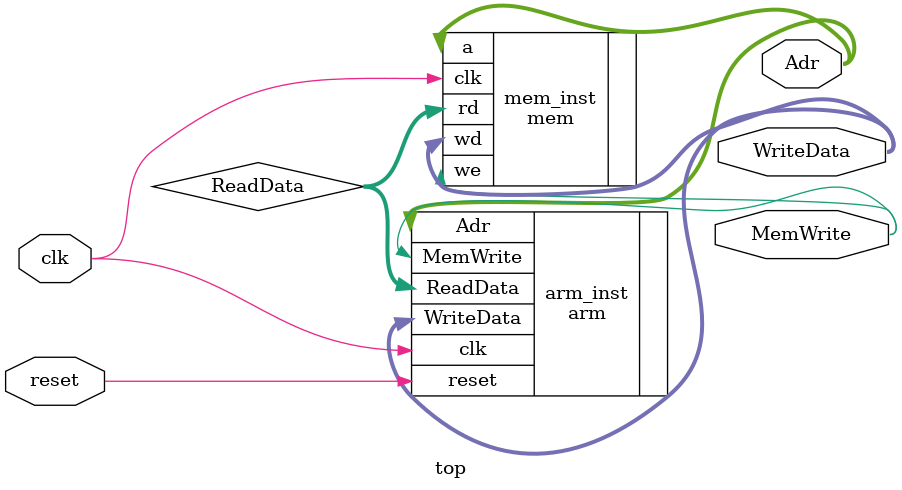
<source format=sv>
module top(
    input wire clk,
    input wire reset,
    output wire [31:0] WriteData,
    output wire [31:0] Adr,
    output wire MemWrite
);
    wire [31:0] ReadData;

    arm arm_inst(
        .clk(clk),
        .reset(reset),
        .MemWrite(MemWrite),
        .Adr(Adr),
        .WriteData(WriteData),
        .ReadData(ReadData)
    );

    mem mem_inst(
        .clk(clk),
        .we(MemWrite),
        .a(Adr),
        .wd(WriteData),
        .rd(ReadData)
    );
endmodule

</source>
